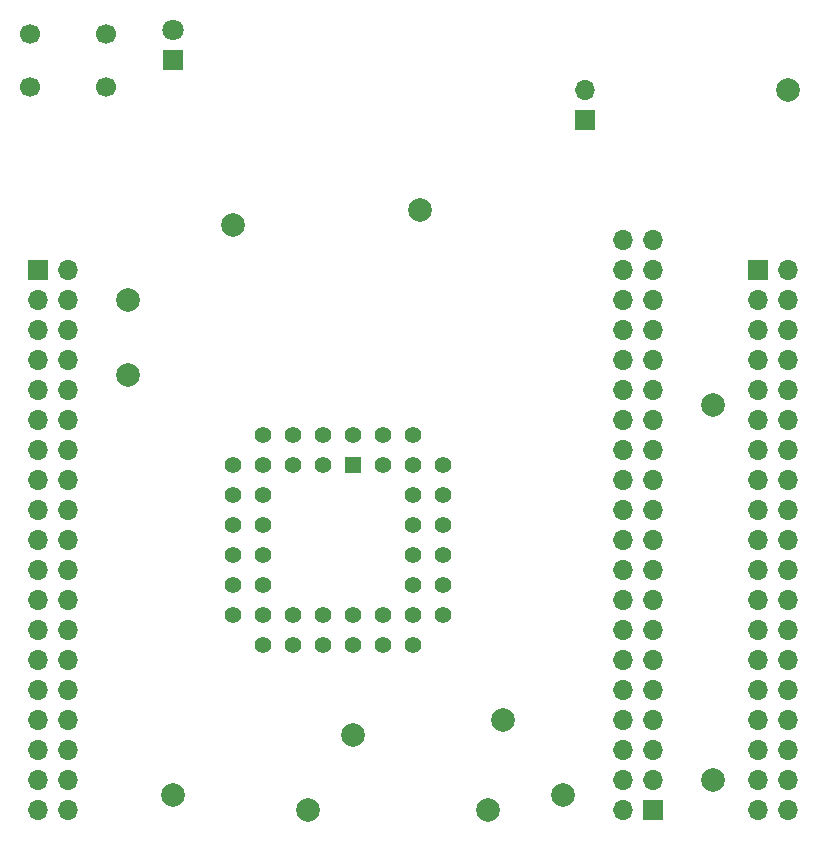
<source format=gbs>
%TF.GenerationSoftware,KiCad,Pcbnew,6.0.2+dfsg-1*%
%TF.CreationDate,2022-12-11T21:53:30+09:00*%
%TF.ProjectId,Akashi-11,416b6173-6869-42d3-9131-2e6b69636164,rev?*%
%TF.SameCoordinates,Original*%
%TF.FileFunction,Soldermask,Bot*%
%TF.FilePolarity,Negative*%
%FSLAX46Y46*%
G04 Gerber Fmt 4.6, Leading zero omitted, Abs format (unit mm)*
G04 Created by KiCad (PCBNEW 6.0.2+dfsg-1) date 2022-12-11 21:53:30*
%MOMM*%
%LPD*%
G01*
G04 APERTURE LIST*
%ADD10C,2.000000*%
%ADD11R,1.700000X1.700000*%
%ADD12O,1.700000X1.700000*%
%ADD13R,1.800000X1.800000*%
%ADD14C,1.800000*%
%ADD15R,1.422400X1.422400*%
%ADD16C,1.422400*%
%ADD17C,1.700000*%
G04 APERTURE END LIST*
D10*
%TO.C,TP10*%
X158750000Y-99060000D03*
%TD*%
%TO.C,TP2*%
X130810000Y-105410000D03*
%TD*%
%TO.C,TP9*%
X127000000Y-63500000D03*
%TD*%
%TO.C,TP13*%
X146050000Y-100330000D03*
%TD*%
%TO.C,TP12*%
X157480000Y-106680000D03*
%TD*%
%TO.C,TP7*%
X151765000Y-55880000D03*
%TD*%
D11*
%TO.C,J1*%
X171455000Y-106675000D03*
D12*
X168915000Y-106675000D03*
X171455000Y-104135000D03*
X168915000Y-104135000D03*
X171455000Y-101595000D03*
X168915000Y-101595000D03*
X171455000Y-99055000D03*
X168915000Y-99055000D03*
X171455000Y-96515000D03*
X168915000Y-96515000D03*
X171455000Y-93975000D03*
X168915000Y-93975000D03*
X171455000Y-91435000D03*
X168915000Y-91435000D03*
X171455000Y-88895000D03*
X168915000Y-88895000D03*
X171455000Y-86355000D03*
X168915000Y-86355000D03*
X171455000Y-83815000D03*
X168915000Y-83815000D03*
X171455000Y-81275000D03*
X168915000Y-81275000D03*
X171455000Y-78735000D03*
X168915000Y-78735000D03*
X171455000Y-76195000D03*
X168915000Y-76195000D03*
X171455000Y-73655000D03*
X168915000Y-73655000D03*
X171455000Y-71115000D03*
X168915000Y-71115000D03*
X171455000Y-68575000D03*
X168915000Y-68575000D03*
X171455000Y-66035000D03*
X168915000Y-66035000D03*
X171455000Y-63495000D03*
X168915000Y-63495000D03*
X171455000Y-60955000D03*
X168915000Y-60955000D03*
X171455000Y-58415000D03*
X168915000Y-58415000D03*
%TD*%
D13*
%TO.C,D3*%
X130810000Y-43180000D03*
D14*
X130810000Y-40640000D03*
%TD*%
D10*
%TO.C,TP4*%
X135890000Y-57150000D03*
%TD*%
%TO.C,TP5*%
X176530000Y-104140000D03*
%TD*%
D11*
%TO.C,JP3*%
X165735000Y-48260000D03*
D12*
X165735000Y-45720000D03*
%TD*%
D10*
%TO.C,TP3*%
X182880000Y-45720000D03*
%TD*%
%TO.C,TP6*%
X176530000Y-72390000D03*
%TD*%
D15*
%TO.C,U1*%
X146050000Y-77470000D03*
D16*
X143510000Y-74930000D03*
X143510000Y-77470000D03*
X140970000Y-74930000D03*
X140970000Y-77470000D03*
X138430000Y-74930000D03*
X135890000Y-77470000D03*
X138430000Y-77470000D03*
X135890000Y-80010000D03*
X138430000Y-80010000D03*
X135890000Y-82550000D03*
X138430000Y-82550000D03*
X135890000Y-85090000D03*
X138430000Y-85090000D03*
X135890000Y-87630000D03*
X138430000Y-87630000D03*
X135890000Y-90170000D03*
X138430000Y-92710000D03*
X138430000Y-90170000D03*
X140970000Y-92710000D03*
X140970000Y-90170000D03*
X143510000Y-92710000D03*
X143510000Y-90170000D03*
X146050000Y-92710000D03*
X146050000Y-90170000D03*
X148590000Y-92710000D03*
X148590000Y-90170000D03*
X151130000Y-92710000D03*
X153670000Y-90170000D03*
X151130000Y-90170000D03*
X153670000Y-87630000D03*
X151130000Y-87630000D03*
X153670000Y-85090000D03*
X151130000Y-85090000D03*
X153670000Y-82550000D03*
X151130000Y-82550000D03*
X153670000Y-80010000D03*
X151130000Y-80010000D03*
X153670000Y-77470000D03*
X151130000Y-74930000D03*
X151130000Y-77470000D03*
X148590000Y-74930000D03*
X148590000Y-77470000D03*
X146050000Y-74930000D03*
%TD*%
D10*
%TO.C,TP11*%
X163830000Y-105410000D03*
%TD*%
%TO.C,TP8*%
X127000000Y-69850000D03*
%TD*%
D17*
%TO.C,SW1*%
X118670000Y-40930000D03*
X125170000Y-40930000D03*
X118670000Y-45430000D03*
X125170000Y-45430000D03*
%TD*%
D10*
%TO.C,TP1*%
X142240000Y-106680000D03*
%TD*%
D11*
%TO.C,CN10*%
X180340000Y-60960000D03*
D12*
X182880000Y-60960000D03*
X180340000Y-63500000D03*
X182880000Y-63500000D03*
X180340000Y-66040000D03*
X182880000Y-66040000D03*
X180340000Y-68580000D03*
X182880000Y-68580000D03*
X180340000Y-71120000D03*
X182880000Y-71120000D03*
X180340000Y-73660000D03*
X182880000Y-73660000D03*
X180340000Y-76200000D03*
X182880000Y-76200000D03*
X180340000Y-78740000D03*
X182880000Y-78740000D03*
X180340000Y-81280000D03*
X182880000Y-81280000D03*
X180340000Y-83820000D03*
X182880000Y-83820000D03*
X180340000Y-86360000D03*
X182880000Y-86360000D03*
X180340000Y-88900000D03*
X182880000Y-88900000D03*
X180340000Y-91440000D03*
X182880000Y-91440000D03*
X180340000Y-93980000D03*
X182880000Y-93980000D03*
X180340000Y-96520000D03*
X182880000Y-96520000D03*
X180340000Y-99060000D03*
X182880000Y-99060000D03*
X180340000Y-101600000D03*
X182880000Y-101600000D03*
X180340000Y-104140000D03*
X182880000Y-104140000D03*
X180340000Y-106680000D03*
X182880000Y-106680000D03*
%TD*%
D11*
%TO.C,CN7*%
X119380000Y-60960000D03*
D12*
X121920000Y-60960000D03*
X119380000Y-63500000D03*
X121920000Y-63500000D03*
X119380000Y-66040000D03*
X121920000Y-66040000D03*
X119380000Y-68580000D03*
X121920000Y-68580000D03*
X119380000Y-71120000D03*
X121920000Y-71120000D03*
X119380000Y-73660000D03*
X121920000Y-73660000D03*
X119380000Y-76200000D03*
X121920000Y-76200000D03*
X119380000Y-78740000D03*
X121920000Y-78740000D03*
X119380000Y-81280000D03*
X121920000Y-81280000D03*
X119380000Y-83820000D03*
X121920000Y-83820000D03*
X119380000Y-86360000D03*
X121920000Y-86360000D03*
X119380000Y-88900000D03*
X121920000Y-88900000D03*
X119380000Y-91440000D03*
X121920000Y-91440000D03*
X119380000Y-93980000D03*
X121920000Y-93980000D03*
X119380000Y-96520000D03*
X121920000Y-96520000D03*
X119380000Y-99060000D03*
X121920000Y-99060000D03*
X119380000Y-101600000D03*
X121920000Y-101600000D03*
X119380000Y-104140000D03*
X121920000Y-104140000D03*
X119380000Y-106680000D03*
X121920000Y-106680000D03*
%TD*%
M02*

</source>
